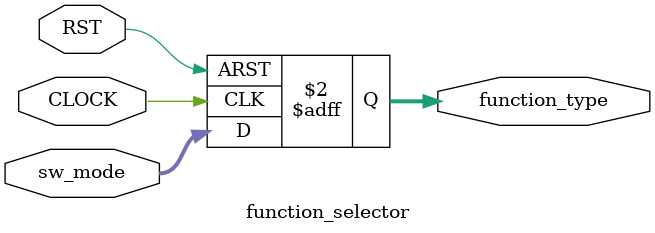
<source format=v>
`timescale 1ns / 1ps


module function_selector(
    input wire CLOCK,
    input wire RST,
    input wire [1:0] sw_mode,       // SW[15:14] for function selection
    output reg [1:0] function_type  // 00=Quadratic, 01=Linear, 10=Constant, 11=Logarithmic
    );
    
    always @(posedge CLOCK or posedge RST) begin
        if (RST) begin
            function_type <= 2'b00;  // Default to quadratic
        end else begin
            function_type <= sw_mode;
        end
    end
    
endmodule

</source>
